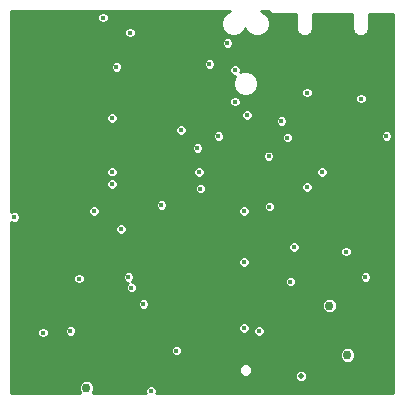
<source format=gbr>
G04 #@! TF.FileFunction,Copper,L2,Inr,Signal*
%FSLAX46Y46*%
G04 Gerber Fmt 4.6, Leading zero omitted, Abs format (unit mm)*
G04 Created by KiCad (PCBNEW 4.0.0-stable) date Thursday, June 23, 2016 'AMt' 11:02:30 AM*
%MOMM*%
G01*
G04 APERTURE LIST*
%ADD10C,0.100000*%
%ADD11C,0.406400*%
%ADD12C,0.762000*%
%ADD13C,0.508000*%
%ADD14C,0.203200*%
%ADD15C,0.254000*%
G04 APERTURE END LIST*
D10*
D11*
X92117000Y-166243000D03*
X108966000Y-155702000D03*
D12*
X93472000Y-171069000D03*
D11*
X110744000Y-162052000D03*
X96012000Y-143891000D03*
X116713000Y-146558000D03*
X107061000Y-147955000D03*
X112141000Y-146050000D03*
X105410000Y-141859000D03*
X117094000Y-161671000D03*
X108077000Y-166243000D03*
D12*
X115570000Y-168275000D03*
D11*
X98298000Y-163957000D03*
X97028000Y-161671000D03*
X102108000Y-168148000D03*
X87884000Y-164211000D03*
X108331000Y-151257000D03*
X102362000Y-155702000D03*
X94742000Y-151765000D03*
X96520000Y-153289000D03*
X94615000Y-171196000D03*
X113157000Y-153924000D03*
X96774000Y-146939000D03*
X110490000Y-154432000D03*
X102997000Y-159512000D03*
X109220000Y-163576000D03*
X112268000Y-163195000D03*
X96901000Y-165608000D03*
X98679000Y-165735000D03*
X97663000Y-169164000D03*
X92583000Y-164084000D03*
X108839000Y-171069000D03*
X105029000Y-171069000D03*
D12*
X114681000Y-170307000D03*
D11*
X91948000Y-157607000D03*
X107569000Y-143510000D03*
X117475000Y-144780000D03*
X111125000Y-144780000D03*
X91313000Y-153543000D03*
X114808000Y-153797000D03*
X105410000Y-155829000D03*
X88519000Y-141986000D03*
X88773000Y-148717000D03*
X98171000Y-140335000D03*
X100203000Y-167640000D03*
X101981000Y-163830000D03*
X99568000Y-159639000D03*
X107061000Y-148717000D03*
X101600000Y-144907000D03*
X102616000Y-152019000D03*
X117983000Y-165354000D03*
X114935000Y-149860000D03*
X115443000Y-167386000D03*
X93345000Y-168529000D03*
X96393000Y-171196000D03*
X111029000Y-159131000D03*
X101092000Y-167894000D03*
X99822000Y-155575000D03*
X97155000Y-140970000D03*
X102870000Y-150749000D03*
X103886000Y-143637000D03*
X94869000Y-139700000D03*
X95631000Y-148189300D03*
X96393000Y-157607000D03*
X94107000Y-156083000D03*
X106807000Y-160401000D03*
X106807000Y-156083000D03*
X113411000Y-152781000D03*
X106807000Y-165989000D03*
X92837000Y-161798000D03*
X108895000Y-151440000D03*
D13*
X111633000Y-170053000D03*
D11*
X98933000Y-171323000D03*
X97282000Y-162560000D03*
X110490000Y-149860000D03*
X89789000Y-166370000D03*
X102997000Y-152781000D03*
X87376000Y-156591000D03*
X95631000Y-152781000D03*
X101473000Y-149225000D03*
X95631000Y-153797000D03*
X112141000Y-154051000D03*
D12*
X114046000Y-164084000D03*
D11*
X118872000Y-149733000D03*
X115443000Y-159512000D03*
X106045000Y-146812000D03*
X106045000Y-144145000D03*
X104648000Y-149733000D03*
X103124000Y-154178000D03*
X109982000Y-148463000D03*
D14*
X100203000Y-167640000D02*
X100203000Y-167927368D01*
X100203000Y-167927368D02*
X100626833Y-168351201D01*
X100626833Y-168351201D02*
X101904799Y-168351201D01*
X101904799Y-168351201D02*
X102108000Y-168148000D01*
X92583000Y-164084000D02*
X88011000Y-164084000D01*
X88011000Y-164084000D02*
X87884000Y-164211000D01*
X107061000Y-148717000D02*
X107061000Y-149987000D01*
X107061000Y-149987000D02*
X108331000Y-151257000D01*
X102997000Y-159512000D02*
X102997000Y-156337000D01*
X102997000Y-156337000D02*
X102362000Y-155702000D01*
X96520000Y-153289000D02*
X95462342Y-153289000D01*
X95462342Y-153289000D02*
X94742000Y-152568658D01*
X94742000Y-152568658D02*
X94742000Y-151765000D01*
X91313000Y-153543000D02*
X91617790Y-153238210D01*
X91617790Y-153238210D02*
X96469210Y-153238210D01*
X96469210Y-153238210D02*
X96520000Y-153289000D01*
X110490000Y-154432000D02*
X110693199Y-154635199D01*
X110693199Y-154635199D02*
X112445801Y-154635199D01*
X112445801Y-154635199D02*
X113157000Y-153924000D01*
X114935000Y-149860000D02*
X110490000Y-154305000D01*
X110490000Y-154305000D02*
X110490000Y-154432000D01*
X99568000Y-159639000D02*
X102870000Y-159639000D01*
X102870000Y-159639000D02*
X102997000Y-159512000D01*
X112268000Y-163195000D02*
X109601000Y-163195000D01*
X109601000Y-163195000D02*
X109220000Y-163576000D01*
X98679000Y-165735000D02*
X97028000Y-165735000D01*
X97028000Y-165735000D02*
X96901000Y-165608000D01*
X100203000Y-167640000D02*
X100203000Y-167259000D01*
X100203000Y-167259000D02*
X98679000Y-165735000D01*
X96393000Y-171196000D02*
X96393000Y-170434000D01*
X96393000Y-170434000D02*
X97663000Y-169164000D01*
X93345000Y-168529000D02*
X93345000Y-164846000D01*
X93345000Y-164846000D02*
X92583000Y-164084000D01*
X101981000Y-163830000D02*
X101650799Y-164160201D01*
D15*
G36*
X105303368Y-139292395D02*
X104999463Y-139595771D01*
X104834787Y-139992352D01*
X104834413Y-140421764D01*
X104998395Y-140818632D01*
X105301771Y-141122537D01*
X105698352Y-141287213D01*
X106127764Y-141287587D01*
X106524632Y-141123605D01*
X106828537Y-140820229D01*
X106914007Y-140614396D01*
X106998395Y-140818632D01*
X107301771Y-141122537D01*
X107698352Y-141287213D01*
X108127764Y-141287587D01*
X108524632Y-141123605D01*
X108828537Y-140820229D01*
X108993213Y-140423648D01*
X108993587Y-139994236D01*
X108829605Y-139597368D01*
X108526229Y-139293463D01*
X108217821Y-139165400D01*
X108947443Y-139165400D01*
X108961868Y-139237922D01*
X109022434Y-139328566D01*
X109113078Y-139389132D01*
X109220000Y-139410400D01*
X111220600Y-139410400D01*
X111220600Y-140630000D01*
X111225969Y-140656991D01*
X111225969Y-140684509D01*
X111254970Y-140830305D01*
X111254970Y-140830309D01*
X111265518Y-140855774D01*
X111296689Y-140931028D01*
X111296690Y-140931029D01*
X111379279Y-141054633D01*
X111379280Y-141054635D01*
X111417823Y-141093177D01*
X111456365Y-141131720D01*
X111456367Y-141131721D01*
X111579970Y-141214309D01*
X111579972Y-141214311D01*
X111579973Y-141214311D01*
X111680691Y-141256030D01*
X111680694Y-141256030D01*
X111826491Y-141285031D01*
X111854008Y-141285031D01*
X111881000Y-141290400D01*
X111969000Y-141290400D01*
X111995991Y-141285031D01*
X112023509Y-141285031D01*
X112169305Y-141256030D01*
X112169309Y-141256030D01*
X112228309Y-141231591D01*
X112270028Y-141214311D01*
X112270030Y-141214309D01*
X112393633Y-141131721D01*
X112393635Y-141131720D01*
X112432177Y-141093177D01*
X112470720Y-141054635D01*
X112470721Y-141054633D01*
X112553311Y-140931027D01*
X112595030Y-140830309D01*
X112595030Y-140830306D01*
X112624031Y-140684509D01*
X112624031Y-140656992D01*
X112629400Y-140630000D01*
X112629400Y-139410400D01*
X115970600Y-139410400D01*
X115970600Y-140630000D01*
X115975969Y-140656991D01*
X115975969Y-140684509D01*
X116004970Y-140830305D01*
X116004970Y-140830309D01*
X116015518Y-140855774D01*
X116046689Y-140931028D01*
X116046690Y-140931029D01*
X116129279Y-141054633D01*
X116129280Y-141054635D01*
X116167823Y-141093177D01*
X116206365Y-141131720D01*
X116206367Y-141131721D01*
X116329970Y-141214309D01*
X116329972Y-141214311D01*
X116329973Y-141214311D01*
X116430691Y-141256030D01*
X116430694Y-141256030D01*
X116576491Y-141285031D01*
X116604008Y-141285031D01*
X116631000Y-141290400D01*
X116719000Y-141290400D01*
X116745991Y-141285031D01*
X116773509Y-141285031D01*
X116919305Y-141256030D01*
X116919309Y-141256030D01*
X116978309Y-141231591D01*
X117020028Y-141214311D01*
X117020030Y-141214309D01*
X117143633Y-141131721D01*
X117143635Y-141131720D01*
X117182177Y-141093177D01*
X117220720Y-141054635D01*
X117220721Y-141054633D01*
X117303311Y-140931027D01*
X117345030Y-140830309D01*
X117345030Y-140830306D01*
X117374031Y-140684509D01*
X117374031Y-140656992D01*
X117379400Y-140630000D01*
X117379400Y-139410400D01*
X119380000Y-139410400D01*
X119406600Y-139405109D01*
X119406600Y-171476600D01*
X99391771Y-171476600D01*
X99415516Y-171419416D01*
X99415684Y-171227426D01*
X99342367Y-171049986D01*
X99206728Y-170914110D01*
X99029416Y-170840484D01*
X98837426Y-170840316D01*
X98659986Y-170913633D01*
X98524110Y-171049272D01*
X98450484Y-171226584D01*
X98450316Y-171418574D01*
X98474292Y-171476600D01*
X93998450Y-171476600D01*
X94031533Y-171443575D01*
X94132285Y-171200938D01*
X94132514Y-170938215D01*
X94032186Y-170695402D01*
X93846575Y-170509467D01*
X93603938Y-170408715D01*
X93341215Y-170408486D01*
X93098402Y-170508814D01*
X92912467Y-170694425D01*
X92811715Y-170937062D01*
X92811486Y-171199785D01*
X92911814Y-171442598D01*
X92945757Y-171476600D01*
X87095400Y-171476600D01*
X87095400Y-170158634D01*
X111099508Y-170158634D01*
X111180542Y-170354752D01*
X111330459Y-170504931D01*
X111526435Y-170586307D01*
X111738634Y-170586492D01*
X111934752Y-170505458D01*
X112084931Y-170355541D01*
X112166307Y-170159565D01*
X112166492Y-169947366D01*
X112085458Y-169751248D01*
X111935541Y-169601069D01*
X111739565Y-169519693D01*
X111527366Y-169519508D01*
X111331248Y-169600542D01*
X111181069Y-169750459D01*
X111099693Y-169946435D01*
X111099508Y-170158634D01*
X87095400Y-170158634D01*
X87095400Y-169661734D01*
X106350499Y-169661734D01*
X106439281Y-169876603D01*
X106603532Y-170041141D01*
X106818246Y-170130298D01*
X107050734Y-170130501D01*
X107265603Y-170041719D01*
X107430141Y-169877468D01*
X107519298Y-169662754D01*
X107519501Y-169430266D01*
X107430719Y-169215397D01*
X107266468Y-169050859D01*
X107051754Y-168961702D01*
X106819266Y-168961499D01*
X106604397Y-169050281D01*
X106439859Y-169214532D01*
X106350702Y-169429246D01*
X106350499Y-169661734D01*
X87095400Y-169661734D01*
X87095400Y-168405785D01*
X114909486Y-168405785D01*
X115009814Y-168648598D01*
X115195425Y-168834533D01*
X115438062Y-168935285D01*
X115700785Y-168935514D01*
X115943598Y-168835186D01*
X116129533Y-168649575D01*
X116230285Y-168406938D01*
X116230514Y-168144215D01*
X116130186Y-167901402D01*
X115944575Y-167715467D01*
X115701938Y-167614715D01*
X115439215Y-167614486D01*
X115196402Y-167714814D01*
X115010467Y-167900425D01*
X114909715Y-168143062D01*
X114909486Y-168405785D01*
X87095400Y-168405785D01*
X87095400Y-167989574D01*
X100609316Y-167989574D01*
X100682633Y-168167014D01*
X100818272Y-168302890D01*
X100995584Y-168376516D01*
X101187574Y-168376684D01*
X101365014Y-168303367D01*
X101500890Y-168167728D01*
X101574516Y-167990416D01*
X101574684Y-167798426D01*
X101501367Y-167620986D01*
X101365728Y-167485110D01*
X101188416Y-167411484D01*
X100996426Y-167411316D01*
X100818986Y-167484633D01*
X100683110Y-167620272D01*
X100609484Y-167797584D01*
X100609316Y-167989574D01*
X87095400Y-167989574D01*
X87095400Y-166465574D01*
X89306316Y-166465574D01*
X89379633Y-166643014D01*
X89515272Y-166778890D01*
X89692584Y-166852516D01*
X89884574Y-166852684D01*
X90062014Y-166779367D01*
X90197890Y-166643728D01*
X90271516Y-166466416D01*
X90271627Y-166338574D01*
X91634316Y-166338574D01*
X91707633Y-166516014D01*
X91843272Y-166651890D01*
X92020584Y-166725516D01*
X92212574Y-166725684D01*
X92390014Y-166652367D01*
X92525890Y-166516728D01*
X92599516Y-166339416D01*
X92599684Y-166147426D01*
X92573714Y-166084574D01*
X106324316Y-166084574D01*
X106397633Y-166262014D01*
X106533272Y-166397890D01*
X106710584Y-166471516D01*
X106902574Y-166471684D01*
X107080014Y-166398367D01*
X107139911Y-166338574D01*
X107594316Y-166338574D01*
X107667633Y-166516014D01*
X107803272Y-166651890D01*
X107980584Y-166725516D01*
X108172574Y-166725684D01*
X108350014Y-166652367D01*
X108485890Y-166516728D01*
X108559516Y-166339416D01*
X108559684Y-166147426D01*
X108486367Y-165969986D01*
X108350728Y-165834110D01*
X108173416Y-165760484D01*
X107981426Y-165760316D01*
X107803986Y-165833633D01*
X107668110Y-165969272D01*
X107594484Y-166146584D01*
X107594316Y-166338574D01*
X107139911Y-166338574D01*
X107215890Y-166262728D01*
X107289516Y-166085416D01*
X107289684Y-165893426D01*
X107216367Y-165715986D01*
X107080728Y-165580110D01*
X106903416Y-165506484D01*
X106711426Y-165506316D01*
X106533986Y-165579633D01*
X106398110Y-165715272D01*
X106324484Y-165892584D01*
X106324316Y-166084574D01*
X92573714Y-166084574D01*
X92526367Y-165969986D01*
X92390728Y-165834110D01*
X92213416Y-165760484D01*
X92021426Y-165760316D01*
X91843986Y-165833633D01*
X91708110Y-165969272D01*
X91634484Y-166146584D01*
X91634316Y-166338574D01*
X90271627Y-166338574D01*
X90271684Y-166274426D01*
X90198367Y-166096986D01*
X90062728Y-165961110D01*
X89885416Y-165887484D01*
X89693426Y-165887316D01*
X89515986Y-165960633D01*
X89380110Y-166096272D01*
X89306484Y-166273584D01*
X89306316Y-166465574D01*
X87095400Y-166465574D01*
X87095400Y-164052574D01*
X97815316Y-164052574D01*
X97888633Y-164230014D01*
X98024272Y-164365890D01*
X98201584Y-164439516D01*
X98393574Y-164439684D01*
X98571014Y-164366367D01*
X98706890Y-164230728D01*
X98713510Y-164214785D01*
X113385486Y-164214785D01*
X113485814Y-164457598D01*
X113671425Y-164643533D01*
X113914062Y-164744285D01*
X114176785Y-164744514D01*
X114419598Y-164644186D01*
X114605533Y-164458575D01*
X114706285Y-164215938D01*
X114706514Y-163953215D01*
X114606186Y-163710402D01*
X114420575Y-163524467D01*
X114177938Y-163423715D01*
X113915215Y-163423486D01*
X113672402Y-163523814D01*
X113486467Y-163709425D01*
X113385715Y-163952062D01*
X113385486Y-164214785D01*
X98713510Y-164214785D01*
X98780516Y-164053416D01*
X98780684Y-163861426D01*
X98707367Y-163683986D01*
X98571728Y-163548110D01*
X98394416Y-163474484D01*
X98202426Y-163474316D01*
X98024986Y-163547633D01*
X97889110Y-163683272D01*
X97815484Y-163860584D01*
X97815316Y-164052574D01*
X87095400Y-164052574D01*
X87095400Y-161893574D01*
X92354316Y-161893574D01*
X92427633Y-162071014D01*
X92563272Y-162206890D01*
X92740584Y-162280516D01*
X92932574Y-162280684D01*
X93110014Y-162207367D01*
X93245890Y-162071728D01*
X93319516Y-161894416D01*
X93319627Y-161766574D01*
X96545316Y-161766574D01*
X96618633Y-161944014D01*
X96754272Y-162079890D01*
X96931584Y-162153516D01*
X97006033Y-162153581D01*
X96873110Y-162286272D01*
X96799484Y-162463584D01*
X96799316Y-162655574D01*
X96872633Y-162833014D01*
X97008272Y-162968890D01*
X97185584Y-163042516D01*
X97377574Y-163042684D01*
X97555014Y-162969367D01*
X97690890Y-162833728D01*
X97764516Y-162656416D01*
X97764684Y-162464426D01*
X97691367Y-162286986D01*
X97555728Y-162151110D01*
X97547213Y-162147574D01*
X110261316Y-162147574D01*
X110334633Y-162325014D01*
X110470272Y-162460890D01*
X110647584Y-162534516D01*
X110839574Y-162534684D01*
X111017014Y-162461367D01*
X111152890Y-162325728D01*
X111226516Y-162148416D01*
X111226684Y-161956426D01*
X111153367Y-161778986D01*
X111140977Y-161766574D01*
X116611316Y-161766574D01*
X116684633Y-161944014D01*
X116820272Y-162079890D01*
X116997584Y-162153516D01*
X117189574Y-162153684D01*
X117367014Y-162080367D01*
X117502890Y-161944728D01*
X117576516Y-161767416D01*
X117576684Y-161575426D01*
X117503367Y-161397986D01*
X117367728Y-161262110D01*
X117190416Y-161188484D01*
X116998426Y-161188316D01*
X116820986Y-161261633D01*
X116685110Y-161397272D01*
X116611484Y-161574584D01*
X116611316Y-161766574D01*
X111140977Y-161766574D01*
X111017728Y-161643110D01*
X110840416Y-161569484D01*
X110648426Y-161569316D01*
X110470986Y-161642633D01*
X110335110Y-161778272D01*
X110261484Y-161955584D01*
X110261316Y-162147574D01*
X97547213Y-162147574D01*
X97378416Y-162077484D01*
X97303967Y-162077419D01*
X97436890Y-161944728D01*
X97510516Y-161767416D01*
X97510684Y-161575426D01*
X97437367Y-161397986D01*
X97301728Y-161262110D01*
X97124416Y-161188484D01*
X96932426Y-161188316D01*
X96754986Y-161261633D01*
X96619110Y-161397272D01*
X96545484Y-161574584D01*
X96545316Y-161766574D01*
X93319627Y-161766574D01*
X93319684Y-161702426D01*
X93246367Y-161524986D01*
X93110728Y-161389110D01*
X92933416Y-161315484D01*
X92741426Y-161315316D01*
X92563986Y-161388633D01*
X92428110Y-161524272D01*
X92354484Y-161701584D01*
X92354316Y-161893574D01*
X87095400Y-161893574D01*
X87095400Y-160496574D01*
X106324316Y-160496574D01*
X106397633Y-160674014D01*
X106533272Y-160809890D01*
X106710584Y-160883516D01*
X106902574Y-160883684D01*
X107080014Y-160810367D01*
X107215890Y-160674728D01*
X107289516Y-160497416D01*
X107289684Y-160305426D01*
X107216367Y-160127986D01*
X107080728Y-159992110D01*
X106903416Y-159918484D01*
X106711426Y-159918316D01*
X106533986Y-159991633D01*
X106398110Y-160127272D01*
X106324484Y-160304584D01*
X106324316Y-160496574D01*
X87095400Y-160496574D01*
X87095400Y-159226574D01*
X110546316Y-159226574D01*
X110619633Y-159404014D01*
X110755272Y-159539890D01*
X110932584Y-159613516D01*
X111124574Y-159613684D01*
X111139361Y-159607574D01*
X114960316Y-159607574D01*
X115033633Y-159785014D01*
X115169272Y-159920890D01*
X115346584Y-159994516D01*
X115538574Y-159994684D01*
X115716014Y-159921367D01*
X115851890Y-159785728D01*
X115925516Y-159608416D01*
X115925684Y-159416426D01*
X115852367Y-159238986D01*
X115716728Y-159103110D01*
X115539416Y-159029484D01*
X115347426Y-159029316D01*
X115169986Y-159102633D01*
X115034110Y-159238272D01*
X114960484Y-159415584D01*
X114960316Y-159607574D01*
X111139361Y-159607574D01*
X111302014Y-159540367D01*
X111437890Y-159404728D01*
X111511516Y-159227416D01*
X111511684Y-159035426D01*
X111438367Y-158857986D01*
X111302728Y-158722110D01*
X111125416Y-158648484D01*
X110933426Y-158648316D01*
X110755986Y-158721633D01*
X110620110Y-158857272D01*
X110546484Y-159034584D01*
X110546316Y-159226574D01*
X87095400Y-159226574D01*
X87095400Y-157702574D01*
X95910316Y-157702574D01*
X95983633Y-157880014D01*
X96119272Y-158015890D01*
X96296584Y-158089516D01*
X96488574Y-158089684D01*
X96666014Y-158016367D01*
X96801890Y-157880728D01*
X96875516Y-157703416D01*
X96875684Y-157511426D01*
X96802367Y-157333986D01*
X96666728Y-157198110D01*
X96489416Y-157124484D01*
X96297426Y-157124316D01*
X96119986Y-157197633D01*
X95984110Y-157333272D01*
X95910484Y-157510584D01*
X95910316Y-157702574D01*
X87095400Y-157702574D01*
X87095400Y-156993006D01*
X87102272Y-156999890D01*
X87279584Y-157073516D01*
X87471574Y-157073684D01*
X87649014Y-157000367D01*
X87784890Y-156864728D01*
X87858516Y-156687416D01*
X87858684Y-156495426D01*
X87785367Y-156317986D01*
X87649728Y-156182110D01*
X87641213Y-156178574D01*
X93624316Y-156178574D01*
X93697633Y-156356014D01*
X93833272Y-156491890D01*
X94010584Y-156565516D01*
X94202574Y-156565684D01*
X94380014Y-156492367D01*
X94515890Y-156356728D01*
X94589516Y-156179416D01*
X94589516Y-156178574D01*
X106324316Y-156178574D01*
X106397633Y-156356014D01*
X106533272Y-156491890D01*
X106710584Y-156565516D01*
X106902574Y-156565684D01*
X107080014Y-156492367D01*
X107215890Y-156356728D01*
X107289516Y-156179416D01*
X107289684Y-155987426D01*
X107216367Y-155809986D01*
X107203977Y-155797574D01*
X108483316Y-155797574D01*
X108556633Y-155975014D01*
X108692272Y-156110890D01*
X108869584Y-156184516D01*
X109061574Y-156184684D01*
X109239014Y-156111367D01*
X109374890Y-155975728D01*
X109448516Y-155798416D01*
X109448684Y-155606426D01*
X109375367Y-155428986D01*
X109239728Y-155293110D01*
X109062416Y-155219484D01*
X108870426Y-155219316D01*
X108692986Y-155292633D01*
X108557110Y-155428272D01*
X108483484Y-155605584D01*
X108483316Y-155797574D01*
X107203977Y-155797574D01*
X107080728Y-155674110D01*
X106903416Y-155600484D01*
X106711426Y-155600316D01*
X106533986Y-155673633D01*
X106398110Y-155809272D01*
X106324484Y-155986584D01*
X106324316Y-156178574D01*
X94589516Y-156178574D01*
X94589684Y-155987426D01*
X94516367Y-155809986D01*
X94380728Y-155674110D01*
X94372213Y-155670574D01*
X99339316Y-155670574D01*
X99412633Y-155848014D01*
X99548272Y-155983890D01*
X99725584Y-156057516D01*
X99917574Y-156057684D01*
X100095014Y-155984367D01*
X100230890Y-155848728D01*
X100304516Y-155671416D01*
X100304684Y-155479426D01*
X100231367Y-155301986D01*
X100095728Y-155166110D01*
X99918416Y-155092484D01*
X99726426Y-155092316D01*
X99548986Y-155165633D01*
X99413110Y-155301272D01*
X99339484Y-155478584D01*
X99339316Y-155670574D01*
X94372213Y-155670574D01*
X94203416Y-155600484D01*
X94011426Y-155600316D01*
X93833986Y-155673633D01*
X93698110Y-155809272D01*
X93624484Y-155986584D01*
X93624316Y-156178574D01*
X87641213Y-156178574D01*
X87472416Y-156108484D01*
X87280426Y-156108316D01*
X87102986Y-156181633D01*
X87095400Y-156189206D01*
X87095400Y-153892574D01*
X95148316Y-153892574D01*
X95221633Y-154070014D01*
X95357272Y-154205890D01*
X95534584Y-154279516D01*
X95726574Y-154279684D01*
X95741361Y-154273574D01*
X102641316Y-154273574D01*
X102714633Y-154451014D01*
X102850272Y-154586890D01*
X103027584Y-154660516D01*
X103219574Y-154660684D01*
X103397014Y-154587367D01*
X103532890Y-154451728D01*
X103606516Y-154274416D01*
X103606627Y-154146574D01*
X111658316Y-154146574D01*
X111731633Y-154324014D01*
X111867272Y-154459890D01*
X112044584Y-154533516D01*
X112236574Y-154533684D01*
X112414014Y-154460367D01*
X112549890Y-154324728D01*
X112623516Y-154147416D01*
X112623684Y-153955426D01*
X112550367Y-153777986D01*
X112414728Y-153642110D01*
X112237416Y-153568484D01*
X112045426Y-153568316D01*
X111867986Y-153641633D01*
X111732110Y-153777272D01*
X111658484Y-153954584D01*
X111658316Y-154146574D01*
X103606627Y-154146574D01*
X103606684Y-154082426D01*
X103533367Y-153904986D01*
X103397728Y-153769110D01*
X103220416Y-153695484D01*
X103028426Y-153695316D01*
X102850986Y-153768633D01*
X102715110Y-153904272D01*
X102641484Y-154081584D01*
X102641316Y-154273574D01*
X95741361Y-154273574D01*
X95904014Y-154206367D01*
X96039890Y-154070728D01*
X96113516Y-153893416D01*
X96113684Y-153701426D01*
X96040367Y-153523986D01*
X95904728Y-153388110D01*
X95727416Y-153314484D01*
X95535426Y-153314316D01*
X95357986Y-153387633D01*
X95222110Y-153523272D01*
X95148484Y-153700584D01*
X95148316Y-153892574D01*
X87095400Y-153892574D01*
X87095400Y-152876574D01*
X95148316Y-152876574D01*
X95221633Y-153054014D01*
X95357272Y-153189890D01*
X95534584Y-153263516D01*
X95726574Y-153263684D01*
X95904014Y-153190367D01*
X96039890Y-153054728D01*
X96113516Y-152877416D01*
X96113516Y-152876574D01*
X102514316Y-152876574D01*
X102587633Y-153054014D01*
X102723272Y-153189890D01*
X102900584Y-153263516D01*
X103092574Y-153263684D01*
X103270014Y-153190367D01*
X103405890Y-153054728D01*
X103479516Y-152877416D01*
X103479516Y-152876574D01*
X112928316Y-152876574D01*
X113001633Y-153054014D01*
X113137272Y-153189890D01*
X113314584Y-153263516D01*
X113506574Y-153263684D01*
X113684014Y-153190367D01*
X113819890Y-153054728D01*
X113893516Y-152877416D01*
X113893684Y-152685426D01*
X113820367Y-152507986D01*
X113684728Y-152372110D01*
X113507416Y-152298484D01*
X113315426Y-152298316D01*
X113137986Y-152371633D01*
X113002110Y-152507272D01*
X112928484Y-152684584D01*
X112928316Y-152876574D01*
X103479516Y-152876574D01*
X103479684Y-152685426D01*
X103406367Y-152507986D01*
X103270728Y-152372110D01*
X103093416Y-152298484D01*
X102901426Y-152298316D01*
X102723986Y-152371633D01*
X102588110Y-152507272D01*
X102514484Y-152684584D01*
X102514316Y-152876574D01*
X96113516Y-152876574D01*
X96113684Y-152685426D01*
X96040367Y-152507986D01*
X95904728Y-152372110D01*
X95727416Y-152298484D01*
X95535426Y-152298316D01*
X95357986Y-152371633D01*
X95222110Y-152507272D01*
X95148484Y-152684584D01*
X95148316Y-152876574D01*
X87095400Y-152876574D01*
X87095400Y-151535574D01*
X108412316Y-151535574D01*
X108485633Y-151713014D01*
X108621272Y-151848890D01*
X108798584Y-151922516D01*
X108990574Y-151922684D01*
X109168014Y-151849367D01*
X109303890Y-151713728D01*
X109377516Y-151536416D01*
X109377684Y-151344426D01*
X109304367Y-151166986D01*
X109168728Y-151031110D01*
X108991416Y-150957484D01*
X108799426Y-150957316D01*
X108621986Y-151030633D01*
X108486110Y-151166272D01*
X108412484Y-151343584D01*
X108412316Y-151535574D01*
X87095400Y-151535574D01*
X87095400Y-150844574D01*
X102387316Y-150844574D01*
X102460633Y-151022014D01*
X102596272Y-151157890D01*
X102773584Y-151231516D01*
X102965574Y-151231684D01*
X103143014Y-151158367D01*
X103278890Y-151022728D01*
X103352516Y-150845416D01*
X103352684Y-150653426D01*
X103279367Y-150475986D01*
X103143728Y-150340110D01*
X102966416Y-150266484D01*
X102774426Y-150266316D01*
X102596986Y-150339633D01*
X102461110Y-150475272D01*
X102387484Y-150652584D01*
X102387316Y-150844574D01*
X87095400Y-150844574D01*
X87095400Y-149828574D01*
X104165316Y-149828574D01*
X104238633Y-150006014D01*
X104374272Y-150141890D01*
X104551584Y-150215516D01*
X104743574Y-150215684D01*
X104921014Y-150142367D01*
X105056890Y-150006728D01*
X105078130Y-149955574D01*
X110007316Y-149955574D01*
X110080633Y-150133014D01*
X110216272Y-150268890D01*
X110393584Y-150342516D01*
X110585574Y-150342684D01*
X110763014Y-150269367D01*
X110898890Y-150133728D01*
X110972516Y-149956416D01*
X110972627Y-149828574D01*
X118389316Y-149828574D01*
X118462633Y-150006014D01*
X118598272Y-150141890D01*
X118775584Y-150215516D01*
X118967574Y-150215684D01*
X119145014Y-150142367D01*
X119280890Y-150006728D01*
X119354516Y-149829416D01*
X119354684Y-149637426D01*
X119281367Y-149459986D01*
X119145728Y-149324110D01*
X118968416Y-149250484D01*
X118776426Y-149250316D01*
X118598986Y-149323633D01*
X118463110Y-149459272D01*
X118389484Y-149636584D01*
X118389316Y-149828574D01*
X110972627Y-149828574D01*
X110972684Y-149764426D01*
X110899367Y-149586986D01*
X110763728Y-149451110D01*
X110586416Y-149377484D01*
X110394426Y-149377316D01*
X110216986Y-149450633D01*
X110081110Y-149586272D01*
X110007484Y-149763584D01*
X110007316Y-149955574D01*
X105078130Y-149955574D01*
X105130516Y-149829416D01*
X105130684Y-149637426D01*
X105057367Y-149459986D01*
X104921728Y-149324110D01*
X104744416Y-149250484D01*
X104552426Y-149250316D01*
X104374986Y-149323633D01*
X104239110Y-149459272D01*
X104165484Y-149636584D01*
X104165316Y-149828574D01*
X87095400Y-149828574D01*
X87095400Y-149320574D01*
X100990316Y-149320574D01*
X101063633Y-149498014D01*
X101199272Y-149633890D01*
X101376584Y-149707516D01*
X101568574Y-149707684D01*
X101746014Y-149634367D01*
X101881890Y-149498728D01*
X101955516Y-149321416D01*
X101955684Y-149129426D01*
X101882367Y-148951986D01*
X101746728Y-148816110D01*
X101569416Y-148742484D01*
X101377426Y-148742316D01*
X101199986Y-148815633D01*
X101064110Y-148951272D01*
X100990484Y-149128584D01*
X100990316Y-149320574D01*
X87095400Y-149320574D01*
X87095400Y-148284874D01*
X95148316Y-148284874D01*
X95221633Y-148462314D01*
X95357272Y-148598190D01*
X95534584Y-148671816D01*
X95726574Y-148671984D01*
X95904014Y-148598667D01*
X95944177Y-148558574D01*
X109499316Y-148558574D01*
X109572633Y-148736014D01*
X109708272Y-148871890D01*
X109885584Y-148945516D01*
X110077574Y-148945684D01*
X110255014Y-148872367D01*
X110390890Y-148736728D01*
X110464516Y-148559416D01*
X110464684Y-148367426D01*
X110391367Y-148189986D01*
X110255728Y-148054110D01*
X110078416Y-147980484D01*
X109886426Y-147980316D01*
X109708986Y-148053633D01*
X109573110Y-148189272D01*
X109499484Y-148366584D01*
X109499316Y-148558574D01*
X95944177Y-148558574D01*
X96039890Y-148463028D01*
X96113516Y-148285716D01*
X96113684Y-148093726D01*
X96095854Y-148050574D01*
X106578316Y-148050574D01*
X106651633Y-148228014D01*
X106787272Y-148363890D01*
X106964584Y-148437516D01*
X107156574Y-148437684D01*
X107334014Y-148364367D01*
X107469890Y-148228728D01*
X107543516Y-148051416D01*
X107543684Y-147859426D01*
X107470367Y-147681986D01*
X107334728Y-147546110D01*
X107157416Y-147472484D01*
X106965426Y-147472316D01*
X106787986Y-147545633D01*
X106652110Y-147681272D01*
X106578484Y-147858584D01*
X106578316Y-148050574D01*
X96095854Y-148050574D01*
X96040367Y-147916286D01*
X95904728Y-147780410D01*
X95727416Y-147706784D01*
X95535426Y-147706616D01*
X95357986Y-147779933D01*
X95222110Y-147915572D01*
X95148484Y-148092884D01*
X95148316Y-148284874D01*
X87095400Y-148284874D01*
X87095400Y-146907574D01*
X105562316Y-146907574D01*
X105635633Y-147085014D01*
X105771272Y-147220890D01*
X105948584Y-147294516D01*
X106140574Y-147294684D01*
X106318014Y-147221367D01*
X106453890Y-147085728D01*
X106527516Y-146908416D01*
X106527684Y-146716426D01*
X106501714Y-146653574D01*
X116230316Y-146653574D01*
X116303633Y-146831014D01*
X116439272Y-146966890D01*
X116616584Y-147040516D01*
X116808574Y-147040684D01*
X116986014Y-146967367D01*
X117121890Y-146831728D01*
X117195516Y-146654416D01*
X117195684Y-146462426D01*
X117122367Y-146284986D01*
X116986728Y-146149110D01*
X116809416Y-146075484D01*
X116617426Y-146075316D01*
X116439986Y-146148633D01*
X116304110Y-146284272D01*
X116230484Y-146461584D01*
X116230316Y-146653574D01*
X106501714Y-146653574D01*
X106454367Y-146538986D01*
X106318728Y-146403110D01*
X106141416Y-146329484D01*
X105949426Y-146329316D01*
X105771986Y-146402633D01*
X105636110Y-146538272D01*
X105562484Y-146715584D01*
X105562316Y-146907574D01*
X87095400Y-146907574D01*
X87095400Y-143986574D01*
X95529316Y-143986574D01*
X95602633Y-144164014D01*
X95738272Y-144299890D01*
X95915584Y-144373516D01*
X96107574Y-144373684D01*
X96285014Y-144300367D01*
X96344911Y-144240574D01*
X105562316Y-144240574D01*
X105635633Y-144418014D01*
X105771272Y-144553890D01*
X105948584Y-144627516D01*
X106067698Y-144627620D01*
X106019463Y-144675771D01*
X105854787Y-145072352D01*
X105854413Y-145501764D01*
X106018395Y-145898632D01*
X106321771Y-146202537D01*
X106718352Y-146367213D01*
X107147764Y-146367587D01*
X107544632Y-146203605D01*
X107602764Y-146145574D01*
X111658316Y-146145574D01*
X111731633Y-146323014D01*
X111867272Y-146458890D01*
X112044584Y-146532516D01*
X112236574Y-146532684D01*
X112414014Y-146459367D01*
X112549890Y-146323728D01*
X112623516Y-146146416D01*
X112623684Y-145954426D01*
X112550367Y-145776986D01*
X112414728Y-145641110D01*
X112237416Y-145567484D01*
X112045426Y-145567316D01*
X111867986Y-145640633D01*
X111732110Y-145776272D01*
X111658484Y-145953584D01*
X111658316Y-146145574D01*
X107602764Y-146145574D01*
X107848537Y-145900229D01*
X108013213Y-145503648D01*
X108013587Y-145074236D01*
X107849605Y-144677368D01*
X107546229Y-144373463D01*
X107149648Y-144208787D01*
X106720236Y-144208413D01*
X106504145Y-144297700D01*
X106527516Y-144241416D01*
X106527684Y-144049426D01*
X106454367Y-143871986D01*
X106318728Y-143736110D01*
X106141416Y-143662484D01*
X105949426Y-143662316D01*
X105771986Y-143735633D01*
X105636110Y-143871272D01*
X105562484Y-144048584D01*
X105562316Y-144240574D01*
X96344911Y-144240574D01*
X96420890Y-144164728D01*
X96494516Y-143987416D01*
X96494684Y-143795426D01*
X96468714Y-143732574D01*
X103403316Y-143732574D01*
X103476633Y-143910014D01*
X103612272Y-144045890D01*
X103789584Y-144119516D01*
X103981574Y-144119684D01*
X104159014Y-144046367D01*
X104294890Y-143910728D01*
X104368516Y-143733416D01*
X104368684Y-143541426D01*
X104295367Y-143363986D01*
X104159728Y-143228110D01*
X103982416Y-143154484D01*
X103790426Y-143154316D01*
X103612986Y-143227633D01*
X103477110Y-143363272D01*
X103403484Y-143540584D01*
X103403316Y-143732574D01*
X96468714Y-143732574D01*
X96421367Y-143617986D01*
X96285728Y-143482110D01*
X96108416Y-143408484D01*
X95916426Y-143408316D01*
X95738986Y-143481633D01*
X95603110Y-143617272D01*
X95529484Y-143794584D01*
X95529316Y-143986574D01*
X87095400Y-143986574D01*
X87095400Y-141954574D01*
X104927316Y-141954574D01*
X105000633Y-142132014D01*
X105136272Y-142267890D01*
X105313584Y-142341516D01*
X105505574Y-142341684D01*
X105683014Y-142268367D01*
X105818890Y-142132728D01*
X105892516Y-141955416D01*
X105892684Y-141763426D01*
X105819367Y-141585986D01*
X105683728Y-141450110D01*
X105506416Y-141376484D01*
X105314426Y-141376316D01*
X105136986Y-141449633D01*
X105001110Y-141585272D01*
X104927484Y-141762584D01*
X104927316Y-141954574D01*
X87095400Y-141954574D01*
X87095400Y-141065574D01*
X96672316Y-141065574D01*
X96745633Y-141243014D01*
X96881272Y-141378890D01*
X97058584Y-141452516D01*
X97250574Y-141452684D01*
X97428014Y-141379367D01*
X97563890Y-141243728D01*
X97637516Y-141066416D01*
X97637684Y-140874426D01*
X97564367Y-140696986D01*
X97428728Y-140561110D01*
X97251416Y-140487484D01*
X97059426Y-140487316D01*
X96881986Y-140560633D01*
X96746110Y-140696272D01*
X96672484Y-140873584D01*
X96672316Y-141065574D01*
X87095400Y-141065574D01*
X87095400Y-139795574D01*
X94386316Y-139795574D01*
X94459633Y-139973014D01*
X94595272Y-140108890D01*
X94772584Y-140182516D01*
X94964574Y-140182684D01*
X95142014Y-140109367D01*
X95277890Y-139973728D01*
X95351516Y-139796416D01*
X95351684Y-139604426D01*
X95278367Y-139426986D01*
X95142728Y-139291110D01*
X94965416Y-139217484D01*
X94773426Y-139217316D01*
X94595986Y-139290633D01*
X94460110Y-139426272D01*
X94386484Y-139603584D01*
X94386316Y-139795574D01*
X87095400Y-139795574D01*
X87095400Y-139165400D01*
X105610720Y-139165400D01*
X105303368Y-139292395D01*
X105303368Y-139292395D01*
G37*
X105303368Y-139292395D02*
X104999463Y-139595771D01*
X104834787Y-139992352D01*
X104834413Y-140421764D01*
X104998395Y-140818632D01*
X105301771Y-141122537D01*
X105698352Y-141287213D01*
X106127764Y-141287587D01*
X106524632Y-141123605D01*
X106828537Y-140820229D01*
X106914007Y-140614396D01*
X106998395Y-140818632D01*
X107301771Y-141122537D01*
X107698352Y-141287213D01*
X108127764Y-141287587D01*
X108524632Y-141123605D01*
X108828537Y-140820229D01*
X108993213Y-140423648D01*
X108993587Y-139994236D01*
X108829605Y-139597368D01*
X108526229Y-139293463D01*
X108217821Y-139165400D01*
X108947443Y-139165400D01*
X108961868Y-139237922D01*
X109022434Y-139328566D01*
X109113078Y-139389132D01*
X109220000Y-139410400D01*
X111220600Y-139410400D01*
X111220600Y-140630000D01*
X111225969Y-140656991D01*
X111225969Y-140684509D01*
X111254970Y-140830305D01*
X111254970Y-140830309D01*
X111265518Y-140855774D01*
X111296689Y-140931028D01*
X111296690Y-140931029D01*
X111379279Y-141054633D01*
X111379280Y-141054635D01*
X111417823Y-141093177D01*
X111456365Y-141131720D01*
X111456367Y-141131721D01*
X111579970Y-141214309D01*
X111579972Y-141214311D01*
X111579973Y-141214311D01*
X111680691Y-141256030D01*
X111680694Y-141256030D01*
X111826491Y-141285031D01*
X111854008Y-141285031D01*
X111881000Y-141290400D01*
X111969000Y-141290400D01*
X111995991Y-141285031D01*
X112023509Y-141285031D01*
X112169305Y-141256030D01*
X112169309Y-141256030D01*
X112228309Y-141231591D01*
X112270028Y-141214311D01*
X112270030Y-141214309D01*
X112393633Y-141131721D01*
X112393635Y-141131720D01*
X112432177Y-141093177D01*
X112470720Y-141054635D01*
X112470721Y-141054633D01*
X112553311Y-140931027D01*
X112595030Y-140830309D01*
X112595030Y-140830306D01*
X112624031Y-140684509D01*
X112624031Y-140656992D01*
X112629400Y-140630000D01*
X112629400Y-139410400D01*
X115970600Y-139410400D01*
X115970600Y-140630000D01*
X115975969Y-140656991D01*
X115975969Y-140684509D01*
X116004970Y-140830305D01*
X116004970Y-140830309D01*
X116015518Y-140855774D01*
X116046689Y-140931028D01*
X116046690Y-140931029D01*
X116129279Y-141054633D01*
X116129280Y-141054635D01*
X116167823Y-141093177D01*
X116206365Y-141131720D01*
X116206367Y-141131721D01*
X116329970Y-141214309D01*
X116329972Y-141214311D01*
X116329973Y-141214311D01*
X116430691Y-141256030D01*
X116430694Y-141256030D01*
X116576491Y-141285031D01*
X116604008Y-141285031D01*
X116631000Y-141290400D01*
X116719000Y-141290400D01*
X116745991Y-141285031D01*
X116773509Y-141285031D01*
X116919305Y-141256030D01*
X116919309Y-141256030D01*
X116978309Y-141231591D01*
X117020028Y-141214311D01*
X117020030Y-141214309D01*
X117143633Y-141131721D01*
X117143635Y-141131720D01*
X117182177Y-141093177D01*
X117220720Y-141054635D01*
X117220721Y-141054633D01*
X117303311Y-140931027D01*
X117345030Y-140830309D01*
X117345030Y-140830306D01*
X117374031Y-140684509D01*
X117374031Y-140656992D01*
X117379400Y-140630000D01*
X117379400Y-139410400D01*
X119380000Y-139410400D01*
X119406600Y-139405109D01*
X119406600Y-171476600D01*
X99391771Y-171476600D01*
X99415516Y-171419416D01*
X99415684Y-171227426D01*
X99342367Y-171049986D01*
X99206728Y-170914110D01*
X99029416Y-170840484D01*
X98837426Y-170840316D01*
X98659986Y-170913633D01*
X98524110Y-171049272D01*
X98450484Y-171226584D01*
X98450316Y-171418574D01*
X98474292Y-171476600D01*
X93998450Y-171476600D01*
X94031533Y-171443575D01*
X94132285Y-171200938D01*
X94132514Y-170938215D01*
X94032186Y-170695402D01*
X93846575Y-170509467D01*
X93603938Y-170408715D01*
X93341215Y-170408486D01*
X93098402Y-170508814D01*
X92912467Y-170694425D01*
X92811715Y-170937062D01*
X92811486Y-171199785D01*
X92911814Y-171442598D01*
X92945757Y-171476600D01*
X87095400Y-171476600D01*
X87095400Y-170158634D01*
X111099508Y-170158634D01*
X111180542Y-170354752D01*
X111330459Y-170504931D01*
X111526435Y-170586307D01*
X111738634Y-170586492D01*
X111934752Y-170505458D01*
X112084931Y-170355541D01*
X112166307Y-170159565D01*
X112166492Y-169947366D01*
X112085458Y-169751248D01*
X111935541Y-169601069D01*
X111739565Y-169519693D01*
X111527366Y-169519508D01*
X111331248Y-169600542D01*
X111181069Y-169750459D01*
X111099693Y-169946435D01*
X111099508Y-170158634D01*
X87095400Y-170158634D01*
X87095400Y-169661734D01*
X106350499Y-169661734D01*
X106439281Y-169876603D01*
X106603532Y-170041141D01*
X106818246Y-170130298D01*
X107050734Y-170130501D01*
X107265603Y-170041719D01*
X107430141Y-169877468D01*
X107519298Y-169662754D01*
X107519501Y-169430266D01*
X107430719Y-169215397D01*
X107266468Y-169050859D01*
X107051754Y-168961702D01*
X106819266Y-168961499D01*
X106604397Y-169050281D01*
X106439859Y-169214532D01*
X106350702Y-169429246D01*
X106350499Y-169661734D01*
X87095400Y-169661734D01*
X87095400Y-168405785D01*
X114909486Y-168405785D01*
X115009814Y-168648598D01*
X115195425Y-168834533D01*
X115438062Y-168935285D01*
X115700785Y-168935514D01*
X115943598Y-168835186D01*
X116129533Y-168649575D01*
X116230285Y-168406938D01*
X116230514Y-168144215D01*
X116130186Y-167901402D01*
X115944575Y-167715467D01*
X115701938Y-167614715D01*
X115439215Y-167614486D01*
X115196402Y-167714814D01*
X115010467Y-167900425D01*
X114909715Y-168143062D01*
X114909486Y-168405785D01*
X87095400Y-168405785D01*
X87095400Y-167989574D01*
X100609316Y-167989574D01*
X100682633Y-168167014D01*
X100818272Y-168302890D01*
X100995584Y-168376516D01*
X101187574Y-168376684D01*
X101365014Y-168303367D01*
X101500890Y-168167728D01*
X101574516Y-167990416D01*
X101574684Y-167798426D01*
X101501367Y-167620986D01*
X101365728Y-167485110D01*
X101188416Y-167411484D01*
X100996426Y-167411316D01*
X100818986Y-167484633D01*
X100683110Y-167620272D01*
X100609484Y-167797584D01*
X100609316Y-167989574D01*
X87095400Y-167989574D01*
X87095400Y-166465574D01*
X89306316Y-166465574D01*
X89379633Y-166643014D01*
X89515272Y-166778890D01*
X89692584Y-166852516D01*
X89884574Y-166852684D01*
X90062014Y-166779367D01*
X90197890Y-166643728D01*
X90271516Y-166466416D01*
X90271627Y-166338574D01*
X91634316Y-166338574D01*
X91707633Y-166516014D01*
X91843272Y-166651890D01*
X92020584Y-166725516D01*
X92212574Y-166725684D01*
X92390014Y-166652367D01*
X92525890Y-166516728D01*
X92599516Y-166339416D01*
X92599684Y-166147426D01*
X92573714Y-166084574D01*
X106324316Y-166084574D01*
X106397633Y-166262014D01*
X106533272Y-166397890D01*
X106710584Y-166471516D01*
X106902574Y-166471684D01*
X107080014Y-166398367D01*
X107139911Y-166338574D01*
X107594316Y-166338574D01*
X107667633Y-166516014D01*
X107803272Y-166651890D01*
X107980584Y-166725516D01*
X108172574Y-166725684D01*
X108350014Y-166652367D01*
X108485890Y-166516728D01*
X108559516Y-166339416D01*
X108559684Y-166147426D01*
X108486367Y-165969986D01*
X108350728Y-165834110D01*
X108173416Y-165760484D01*
X107981426Y-165760316D01*
X107803986Y-165833633D01*
X107668110Y-165969272D01*
X107594484Y-166146584D01*
X107594316Y-166338574D01*
X107139911Y-166338574D01*
X107215890Y-166262728D01*
X107289516Y-166085416D01*
X107289684Y-165893426D01*
X107216367Y-165715986D01*
X107080728Y-165580110D01*
X106903416Y-165506484D01*
X106711426Y-165506316D01*
X106533986Y-165579633D01*
X106398110Y-165715272D01*
X106324484Y-165892584D01*
X106324316Y-166084574D01*
X92573714Y-166084574D01*
X92526367Y-165969986D01*
X92390728Y-165834110D01*
X92213416Y-165760484D01*
X92021426Y-165760316D01*
X91843986Y-165833633D01*
X91708110Y-165969272D01*
X91634484Y-166146584D01*
X91634316Y-166338574D01*
X90271627Y-166338574D01*
X90271684Y-166274426D01*
X90198367Y-166096986D01*
X90062728Y-165961110D01*
X89885416Y-165887484D01*
X89693426Y-165887316D01*
X89515986Y-165960633D01*
X89380110Y-166096272D01*
X89306484Y-166273584D01*
X89306316Y-166465574D01*
X87095400Y-166465574D01*
X87095400Y-164052574D01*
X97815316Y-164052574D01*
X97888633Y-164230014D01*
X98024272Y-164365890D01*
X98201584Y-164439516D01*
X98393574Y-164439684D01*
X98571014Y-164366367D01*
X98706890Y-164230728D01*
X98713510Y-164214785D01*
X113385486Y-164214785D01*
X113485814Y-164457598D01*
X113671425Y-164643533D01*
X113914062Y-164744285D01*
X114176785Y-164744514D01*
X114419598Y-164644186D01*
X114605533Y-164458575D01*
X114706285Y-164215938D01*
X114706514Y-163953215D01*
X114606186Y-163710402D01*
X114420575Y-163524467D01*
X114177938Y-163423715D01*
X113915215Y-163423486D01*
X113672402Y-163523814D01*
X113486467Y-163709425D01*
X113385715Y-163952062D01*
X113385486Y-164214785D01*
X98713510Y-164214785D01*
X98780516Y-164053416D01*
X98780684Y-163861426D01*
X98707367Y-163683986D01*
X98571728Y-163548110D01*
X98394416Y-163474484D01*
X98202426Y-163474316D01*
X98024986Y-163547633D01*
X97889110Y-163683272D01*
X97815484Y-163860584D01*
X97815316Y-164052574D01*
X87095400Y-164052574D01*
X87095400Y-161893574D01*
X92354316Y-161893574D01*
X92427633Y-162071014D01*
X92563272Y-162206890D01*
X92740584Y-162280516D01*
X92932574Y-162280684D01*
X93110014Y-162207367D01*
X93245890Y-162071728D01*
X93319516Y-161894416D01*
X93319627Y-161766574D01*
X96545316Y-161766574D01*
X96618633Y-161944014D01*
X96754272Y-162079890D01*
X96931584Y-162153516D01*
X97006033Y-162153581D01*
X96873110Y-162286272D01*
X96799484Y-162463584D01*
X96799316Y-162655574D01*
X96872633Y-162833014D01*
X97008272Y-162968890D01*
X97185584Y-163042516D01*
X97377574Y-163042684D01*
X97555014Y-162969367D01*
X97690890Y-162833728D01*
X97764516Y-162656416D01*
X97764684Y-162464426D01*
X97691367Y-162286986D01*
X97555728Y-162151110D01*
X97547213Y-162147574D01*
X110261316Y-162147574D01*
X110334633Y-162325014D01*
X110470272Y-162460890D01*
X110647584Y-162534516D01*
X110839574Y-162534684D01*
X111017014Y-162461367D01*
X111152890Y-162325728D01*
X111226516Y-162148416D01*
X111226684Y-161956426D01*
X111153367Y-161778986D01*
X111140977Y-161766574D01*
X116611316Y-161766574D01*
X116684633Y-161944014D01*
X116820272Y-162079890D01*
X116997584Y-162153516D01*
X117189574Y-162153684D01*
X117367014Y-162080367D01*
X117502890Y-161944728D01*
X117576516Y-161767416D01*
X117576684Y-161575426D01*
X117503367Y-161397986D01*
X117367728Y-161262110D01*
X117190416Y-161188484D01*
X116998426Y-161188316D01*
X116820986Y-161261633D01*
X116685110Y-161397272D01*
X116611484Y-161574584D01*
X116611316Y-161766574D01*
X111140977Y-161766574D01*
X111017728Y-161643110D01*
X110840416Y-161569484D01*
X110648426Y-161569316D01*
X110470986Y-161642633D01*
X110335110Y-161778272D01*
X110261484Y-161955584D01*
X110261316Y-162147574D01*
X97547213Y-162147574D01*
X97378416Y-162077484D01*
X97303967Y-162077419D01*
X97436890Y-161944728D01*
X97510516Y-161767416D01*
X97510684Y-161575426D01*
X97437367Y-161397986D01*
X97301728Y-161262110D01*
X97124416Y-161188484D01*
X96932426Y-161188316D01*
X96754986Y-161261633D01*
X96619110Y-161397272D01*
X96545484Y-161574584D01*
X96545316Y-161766574D01*
X93319627Y-161766574D01*
X93319684Y-161702426D01*
X93246367Y-161524986D01*
X93110728Y-161389110D01*
X92933416Y-161315484D01*
X92741426Y-161315316D01*
X92563986Y-161388633D01*
X92428110Y-161524272D01*
X92354484Y-161701584D01*
X92354316Y-161893574D01*
X87095400Y-161893574D01*
X87095400Y-160496574D01*
X106324316Y-160496574D01*
X106397633Y-160674014D01*
X106533272Y-160809890D01*
X106710584Y-160883516D01*
X106902574Y-160883684D01*
X107080014Y-160810367D01*
X107215890Y-160674728D01*
X107289516Y-160497416D01*
X107289684Y-160305426D01*
X107216367Y-160127986D01*
X107080728Y-159992110D01*
X106903416Y-159918484D01*
X106711426Y-159918316D01*
X106533986Y-159991633D01*
X106398110Y-160127272D01*
X106324484Y-160304584D01*
X106324316Y-160496574D01*
X87095400Y-160496574D01*
X87095400Y-159226574D01*
X110546316Y-159226574D01*
X110619633Y-159404014D01*
X110755272Y-159539890D01*
X110932584Y-159613516D01*
X111124574Y-159613684D01*
X111139361Y-159607574D01*
X114960316Y-159607574D01*
X115033633Y-159785014D01*
X115169272Y-159920890D01*
X115346584Y-159994516D01*
X115538574Y-159994684D01*
X115716014Y-159921367D01*
X115851890Y-159785728D01*
X115925516Y-159608416D01*
X115925684Y-159416426D01*
X115852367Y-159238986D01*
X115716728Y-159103110D01*
X115539416Y-159029484D01*
X115347426Y-159029316D01*
X115169986Y-159102633D01*
X115034110Y-159238272D01*
X114960484Y-159415584D01*
X114960316Y-159607574D01*
X111139361Y-159607574D01*
X111302014Y-159540367D01*
X111437890Y-159404728D01*
X111511516Y-159227416D01*
X111511684Y-159035426D01*
X111438367Y-158857986D01*
X111302728Y-158722110D01*
X111125416Y-158648484D01*
X110933426Y-158648316D01*
X110755986Y-158721633D01*
X110620110Y-158857272D01*
X110546484Y-159034584D01*
X110546316Y-159226574D01*
X87095400Y-159226574D01*
X87095400Y-157702574D01*
X95910316Y-157702574D01*
X95983633Y-157880014D01*
X96119272Y-158015890D01*
X96296584Y-158089516D01*
X96488574Y-158089684D01*
X96666014Y-158016367D01*
X96801890Y-157880728D01*
X96875516Y-157703416D01*
X96875684Y-157511426D01*
X96802367Y-157333986D01*
X96666728Y-157198110D01*
X96489416Y-157124484D01*
X96297426Y-157124316D01*
X96119986Y-157197633D01*
X95984110Y-157333272D01*
X95910484Y-157510584D01*
X95910316Y-157702574D01*
X87095400Y-157702574D01*
X87095400Y-156993006D01*
X87102272Y-156999890D01*
X87279584Y-157073516D01*
X87471574Y-157073684D01*
X87649014Y-157000367D01*
X87784890Y-156864728D01*
X87858516Y-156687416D01*
X87858684Y-156495426D01*
X87785367Y-156317986D01*
X87649728Y-156182110D01*
X87641213Y-156178574D01*
X93624316Y-156178574D01*
X93697633Y-156356014D01*
X93833272Y-156491890D01*
X94010584Y-156565516D01*
X94202574Y-156565684D01*
X94380014Y-156492367D01*
X94515890Y-156356728D01*
X94589516Y-156179416D01*
X94589516Y-156178574D01*
X106324316Y-156178574D01*
X106397633Y-156356014D01*
X106533272Y-156491890D01*
X106710584Y-156565516D01*
X106902574Y-156565684D01*
X107080014Y-156492367D01*
X107215890Y-156356728D01*
X107289516Y-156179416D01*
X107289684Y-155987426D01*
X107216367Y-155809986D01*
X107203977Y-155797574D01*
X108483316Y-155797574D01*
X108556633Y-155975014D01*
X108692272Y-156110890D01*
X108869584Y-156184516D01*
X109061574Y-156184684D01*
X109239014Y-156111367D01*
X109374890Y-155975728D01*
X109448516Y-155798416D01*
X109448684Y-155606426D01*
X109375367Y-155428986D01*
X109239728Y-155293110D01*
X109062416Y-155219484D01*
X108870426Y-155219316D01*
X108692986Y-155292633D01*
X108557110Y-155428272D01*
X108483484Y-155605584D01*
X108483316Y-155797574D01*
X107203977Y-155797574D01*
X107080728Y-155674110D01*
X106903416Y-155600484D01*
X106711426Y-155600316D01*
X106533986Y-155673633D01*
X106398110Y-155809272D01*
X106324484Y-155986584D01*
X106324316Y-156178574D01*
X94589516Y-156178574D01*
X94589684Y-155987426D01*
X94516367Y-155809986D01*
X94380728Y-155674110D01*
X94372213Y-155670574D01*
X99339316Y-155670574D01*
X99412633Y-155848014D01*
X99548272Y-155983890D01*
X99725584Y-156057516D01*
X99917574Y-156057684D01*
X100095014Y-155984367D01*
X100230890Y-155848728D01*
X100304516Y-155671416D01*
X100304684Y-155479426D01*
X100231367Y-155301986D01*
X100095728Y-155166110D01*
X99918416Y-155092484D01*
X99726426Y-155092316D01*
X99548986Y-155165633D01*
X99413110Y-155301272D01*
X99339484Y-155478584D01*
X99339316Y-155670574D01*
X94372213Y-155670574D01*
X94203416Y-155600484D01*
X94011426Y-155600316D01*
X93833986Y-155673633D01*
X93698110Y-155809272D01*
X93624484Y-155986584D01*
X93624316Y-156178574D01*
X87641213Y-156178574D01*
X87472416Y-156108484D01*
X87280426Y-156108316D01*
X87102986Y-156181633D01*
X87095400Y-156189206D01*
X87095400Y-153892574D01*
X95148316Y-153892574D01*
X95221633Y-154070014D01*
X95357272Y-154205890D01*
X95534584Y-154279516D01*
X95726574Y-154279684D01*
X95741361Y-154273574D01*
X102641316Y-154273574D01*
X102714633Y-154451014D01*
X102850272Y-154586890D01*
X103027584Y-154660516D01*
X103219574Y-154660684D01*
X103397014Y-154587367D01*
X103532890Y-154451728D01*
X103606516Y-154274416D01*
X103606627Y-154146574D01*
X111658316Y-154146574D01*
X111731633Y-154324014D01*
X111867272Y-154459890D01*
X112044584Y-154533516D01*
X112236574Y-154533684D01*
X112414014Y-154460367D01*
X112549890Y-154324728D01*
X112623516Y-154147416D01*
X112623684Y-153955426D01*
X112550367Y-153777986D01*
X112414728Y-153642110D01*
X112237416Y-153568484D01*
X112045426Y-153568316D01*
X111867986Y-153641633D01*
X111732110Y-153777272D01*
X111658484Y-153954584D01*
X111658316Y-154146574D01*
X103606627Y-154146574D01*
X103606684Y-154082426D01*
X103533367Y-153904986D01*
X103397728Y-153769110D01*
X103220416Y-153695484D01*
X103028426Y-153695316D01*
X102850986Y-153768633D01*
X102715110Y-153904272D01*
X102641484Y-154081584D01*
X102641316Y-154273574D01*
X95741361Y-154273574D01*
X95904014Y-154206367D01*
X96039890Y-154070728D01*
X96113516Y-153893416D01*
X96113684Y-153701426D01*
X96040367Y-153523986D01*
X95904728Y-153388110D01*
X95727416Y-153314484D01*
X95535426Y-153314316D01*
X95357986Y-153387633D01*
X95222110Y-153523272D01*
X95148484Y-153700584D01*
X95148316Y-153892574D01*
X87095400Y-153892574D01*
X87095400Y-152876574D01*
X95148316Y-152876574D01*
X95221633Y-153054014D01*
X95357272Y-153189890D01*
X95534584Y-153263516D01*
X95726574Y-153263684D01*
X95904014Y-153190367D01*
X96039890Y-153054728D01*
X96113516Y-152877416D01*
X96113516Y-152876574D01*
X102514316Y-152876574D01*
X102587633Y-153054014D01*
X102723272Y-153189890D01*
X102900584Y-153263516D01*
X103092574Y-153263684D01*
X103270014Y-153190367D01*
X103405890Y-153054728D01*
X103479516Y-152877416D01*
X103479516Y-152876574D01*
X112928316Y-152876574D01*
X113001633Y-153054014D01*
X113137272Y-153189890D01*
X113314584Y-153263516D01*
X113506574Y-153263684D01*
X113684014Y-153190367D01*
X113819890Y-153054728D01*
X113893516Y-152877416D01*
X113893684Y-152685426D01*
X113820367Y-152507986D01*
X113684728Y-152372110D01*
X113507416Y-152298484D01*
X113315426Y-152298316D01*
X113137986Y-152371633D01*
X113002110Y-152507272D01*
X112928484Y-152684584D01*
X112928316Y-152876574D01*
X103479516Y-152876574D01*
X103479684Y-152685426D01*
X103406367Y-152507986D01*
X103270728Y-152372110D01*
X103093416Y-152298484D01*
X102901426Y-152298316D01*
X102723986Y-152371633D01*
X102588110Y-152507272D01*
X102514484Y-152684584D01*
X102514316Y-152876574D01*
X96113516Y-152876574D01*
X96113684Y-152685426D01*
X96040367Y-152507986D01*
X95904728Y-152372110D01*
X95727416Y-152298484D01*
X95535426Y-152298316D01*
X95357986Y-152371633D01*
X95222110Y-152507272D01*
X95148484Y-152684584D01*
X95148316Y-152876574D01*
X87095400Y-152876574D01*
X87095400Y-151535574D01*
X108412316Y-151535574D01*
X108485633Y-151713014D01*
X108621272Y-151848890D01*
X108798584Y-151922516D01*
X108990574Y-151922684D01*
X109168014Y-151849367D01*
X109303890Y-151713728D01*
X109377516Y-151536416D01*
X109377684Y-151344426D01*
X109304367Y-151166986D01*
X109168728Y-151031110D01*
X108991416Y-150957484D01*
X108799426Y-150957316D01*
X108621986Y-151030633D01*
X108486110Y-151166272D01*
X108412484Y-151343584D01*
X108412316Y-151535574D01*
X87095400Y-151535574D01*
X87095400Y-150844574D01*
X102387316Y-150844574D01*
X102460633Y-151022014D01*
X102596272Y-151157890D01*
X102773584Y-151231516D01*
X102965574Y-151231684D01*
X103143014Y-151158367D01*
X103278890Y-151022728D01*
X103352516Y-150845416D01*
X103352684Y-150653426D01*
X103279367Y-150475986D01*
X103143728Y-150340110D01*
X102966416Y-150266484D01*
X102774426Y-150266316D01*
X102596986Y-150339633D01*
X102461110Y-150475272D01*
X102387484Y-150652584D01*
X102387316Y-150844574D01*
X87095400Y-150844574D01*
X87095400Y-149828574D01*
X104165316Y-149828574D01*
X104238633Y-150006014D01*
X104374272Y-150141890D01*
X104551584Y-150215516D01*
X104743574Y-150215684D01*
X104921014Y-150142367D01*
X105056890Y-150006728D01*
X105078130Y-149955574D01*
X110007316Y-149955574D01*
X110080633Y-150133014D01*
X110216272Y-150268890D01*
X110393584Y-150342516D01*
X110585574Y-150342684D01*
X110763014Y-150269367D01*
X110898890Y-150133728D01*
X110972516Y-149956416D01*
X110972627Y-149828574D01*
X118389316Y-149828574D01*
X118462633Y-150006014D01*
X118598272Y-150141890D01*
X118775584Y-150215516D01*
X118967574Y-150215684D01*
X119145014Y-150142367D01*
X119280890Y-150006728D01*
X119354516Y-149829416D01*
X119354684Y-149637426D01*
X119281367Y-149459986D01*
X119145728Y-149324110D01*
X118968416Y-149250484D01*
X118776426Y-149250316D01*
X118598986Y-149323633D01*
X118463110Y-149459272D01*
X118389484Y-149636584D01*
X118389316Y-149828574D01*
X110972627Y-149828574D01*
X110972684Y-149764426D01*
X110899367Y-149586986D01*
X110763728Y-149451110D01*
X110586416Y-149377484D01*
X110394426Y-149377316D01*
X110216986Y-149450633D01*
X110081110Y-149586272D01*
X110007484Y-149763584D01*
X110007316Y-149955574D01*
X105078130Y-149955574D01*
X105130516Y-149829416D01*
X105130684Y-149637426D01*
X105057367Y-149459986D01*
X104921728Y-149324110D01*
X104744416Y-149250484D01*
X104552426Y-149250316D01*
X104374986Y-149323633D01*
X104239110Y-149459272D01*
X104165484Y-149636584D01*
X104165316Y-149828574D01*
X87095400Y-149828574D01*
X87095400Y-149320574D01*
X100990316Y-149320574D01*
X101063633Y-149498014D01*
X101199272Y-149633890D01*
X101376584Y-149707516D01*
X101568574Y-149707684D01*
X101746014Y-149634367D01*
X101881890Y-149498728D01*
X101955516Y-149321416D01*
X101955684Y-149129426D01*
X101882367Y-148951986D01*
X101746728Y-148816110D01*
X101569416Y-148742484D01*
X101377426Y-148742316D01*
X101199986Y-148815633D01*
X101064110Y-148951272D01*
X100990484Y-149128584D01*
X100990316Y-149320574D01*
X87095400Y-149320574D01*
X87095400Y-148284874D01*
X95148316Y-148284874D01*
X95221633Y-148462314D01*
X95357272Y-148598190D01*
X95534584Y-148671816D01*
X95726574Y-148671984D01*
X95904014Y-148598667D01*
X95944177Y-148558574D01*
X109499316Y-148558574D01*
X109572633Y-148736014D01*
X109708272Y-148871890D01*
X109885584Y-148945516D01*
X110077574Y-148945684D01*
X110255014Y-148872367D01*
X110390890Y-148736728D01*
X110464516Y-148559416D01*
X110464684Y-148367426D01*
X110391367Y-148189986D01*
X110255728Y-148054110D01*
X110078416Y-147980484D01*
X109886426Y-147980316D01*
X109708986Y-148053633D01*
X109573110Y-148189272D01*
X109499484Y-148366584D01*
X109499316Y-148558574D01*
X95944177Y-148558574D01*
X96039890Y-148463028D01*
X96113516Y-148285716D01*
X96113684Y-148093726D01*
X96095854Y-148050574D01*
X106578316Y-148050574D01*
X106651633Y-148228014D01*
X106787272Y-148363890D01*
X106964584Y-148437516D01*
X107156574Y-148437684D01*
X107334014Y-148364367D01*
X107469890Y-148228728D01*
X107543516Y-148051416D01*
X107543684Y-147859426D01*
X107470367Y-147681986D01*
X107334728Y-147546110D01*
X107157416Y-147472484D01*
X106965426Y-147472316D01*
X106787986Y-147545633D01*
X106652110Y-147681272D01*
X106578484Y-147858584D01*
X106578316Y-148050574D01*
X96095854Y-148050574D01*
X96040367Y-147916286D01*
X95904728Y-147780410D01*
X95727416Y-147706784D01*
X95535426Y-147706616D01*
X95357986Y-147779933D01*
X95222110Y-147915572D01*
X95148484Y-148092884D01*
X95148316Y-148284874D01*
X87095400Y-148284874D01*
X87095400Y-146907574D01*
X105562316Y-146907574D01*
X105635633Y-147085014D01*
X105771272Y-147220890D01*
X105948584Y-147294516D01*
X106140574Y-147294684D01*
X106318014Y-147221367D01*
X106453890Y-147085728D01*
X106527516Y-146908416D01*
X106527684Y-146716426D01*
X106501714Y-146653574D01*
X116230316Y-146653574D01*
X116303633Y-146831014D01*
X116439272Y-146966890D01*
X116616584Y-147040516D01*
X116808574Y-147040684D01*
X116986014Y-146967367D01*
X117121890Y-146831728D01*
X117195516Y-146654416D01*
X117195684Y-146462426D01*
X117122367Y-146284986D01*
X116986728Y-146149110D01*
X116809416Y-146075484D01*
X116617426Y-146075316D01*
X116439986Y-146148633D01*
X116304110Y-146284272D01*
X116230484Y-146461584D01*
X116230316Y-146653574D01*
X106501714Y-146653574D01*
X106454367Y-146538986D01*
X106318728Y-146403110D01*
X106141416Y-146329484D01*
X105949426Y-146329316D01*
X105771986Y-146402633D01*
X105636110Y-146538272D01*
X105562484Y-146715584D01*
X105562316Y-146907574D01*
X87095400Y-146907574D01*
X87095400Y-143986574D01*
X95529316Y-143986574D01*
X95602633Y-144164014D01*
X95738272Y-144299890D01*
X95915584Y-144373516D01*
X96107574Y-144373684D01*
X96285014Y-144300367D01*
X96344911Y-144240574D01*
X105562316Y-144240574D01*
X105635633Y-144418014D01*
X105771272Y-144553890D01*
X105948584Y-144627516D01*
X106067698Y-144627620D01*
X106019463Y-144675771D01*
X105854787Y-145072352D01*
X105854413Y-145501764D01*
X106018395Y-145898632D01*
X106321771Y-146202537D01*
X106718352Y-146367213D01*
X107147764Y-146367587D01*
X107544632Y-146203605D01*
X107602764Y-146145574D01*
X111658316Y-146145574D01*
X111731633Y-146323014D01*
X111867272Y-146458890D01*
X112044584Y-146532516D01*
X112236574Y-146532684D01*
X112414014Y-146459367D01*
X112549890Y-146323728D01*
X112623516Y-146146416D01*
X112623684Y-145954426D01*
X112550367Y-145776986D01*
X112414728Y-145641110D01*
X112237416Y-145567484D01*
X112045426Y-145567316D01*
X111867986Y-145640633D01*
X111732110Y-145776272D01*
X111658484Y-145953584D01*
X111658316Y-146145574D01*
X107602764Y-146145574D01*
X107848537Y-145900229D01*
X108013213Y-145503648D01*
X108013587Y-145074236D01*
X107849605Y-144677368D01*
X107546229Y-144373463D01*
X107149648Y-144208787D01*
X106720236Y-144208413D01*
X106504145Y-144297700D01*
X106527516Y-144241416D01*
X106527684Y-144049426D01*
X106454367Y-143871986D01*
X106318728Y-143736110D01*
X106141416Y-143662484D01*
X105949426Y-143662316D01*
X105771986Y-143735633D01*
X105636110Y-143871272D01*
X105562484Y-144048584D01*
X105562316Y-144240574D01*
X96344911Y-144240574D01*
X96420890Y-144164728D01*
X96494516Y-143987416D01*
X96494684Y-143795426D01*
X96468714Y-143732574D01*
X103403316Y-143732574D01*
X103476633Y-143910014D01*
X103612272Y-144045890D01*
X103789584Y-144119516D01*
X103981574Y-144119684D01*
X104159014Y-144046367D01*
X104294890Y-143910728D01*
X104368516Y-143733416D01*
X104368684Y-143541426D01*
X104295367Y-143363986D01*
X104159728Y-143228110D01*
X103982416Y-143154484D01*
X103790426Y-143154316D01*
X103612986Y-143227633D01*
X103477110Y-143363272D01*
X103403484Y-143540584D01*
X103403316Y-143732574D01*
X96468714Y-143732574D01*
X96421367Y-143617986D01*
X96285728Y-143482110D01*
X96108416Y-143408484D01*
X95916426Y-143408316D01*
X95738986Y-143481633D01*
X95603110Y-143617272D01*
X95529484Y-143794584D01*
X95529316Y-143986574D01*
X87095400Y-143986574D01*
X87095400Y-141954574D01*
X104927316Y-141954574D01*
X105000633Y-142132014D01*
X105136272Y-142267890D01*
X105313584Y-142341516D01*
X105505574Y-142341684D01*
X105683014Y-142268367D01*
X105818890Y-142132728D01*
X105892516Y-141955416D01*
X105892684Y-141763426D01*
X105819367Y-141585986D01*
X105683728Y-141450110D01*
X105506416Y-141376484D01*
X105314426Y-141376316D01*
X105136986Y-141449633D01*
X105001110Y-141585272D01*
X104927484Y-141762584D01*
X104927316Y-141954574D01*
X87095400Y-141954574D01*
X87095400Y-141065574D01*
X96672316Y-141065574D01*
X96745633Y-141243014D01*
X96881272Y-141378890D01*
X97058584Y-141452516D01*
X97250574Y-141452684D01*
X97428014Y-141379367D01*
X97563890Y-141243728D01*
X97637516Y-141066416D01*
X97637684Y-140874426D01*
X97564367Y-140696986D01*
X97428728Y-140561110D01*
X97251416Y-140487484D01*
X97059426Y-140487316D01*
X96881986Y-140560633D01*
X96746110Y-140696272D01*
X96672484Y-140873584D01*
X96672316Y-141065574D01*
X87095400Y-141065574D01*
X87095400Y-139795574D01*
X94386316Y-139795574D01*
X94459633Y-139973014D01*
X94595272Y-140108890D01*
X94772584Y-140182516D01*
X94964574Y-140182684D01*
X95142014Y-140109367D01*
X95277890Y-139973728D01*
X95351516Y-139796416D01*
X95351684Y-139604426D01*
X95278367Y-139426986D01*
X95142728Y-139291110D01*
X94965416Y-139217484D01*
X94773426Y-139217316D01*
X94595986Y-139290633D01*
X94460110Y-139426272D01*
X94386484Y-139603584D01*
X94386316Y-139795574D01*
X87095400Y-139795574D01*
X87095400Y-139165400D01*
X105610720Y-139165400D01*
X105303368Y-139292395D01*
M02*

</source>
